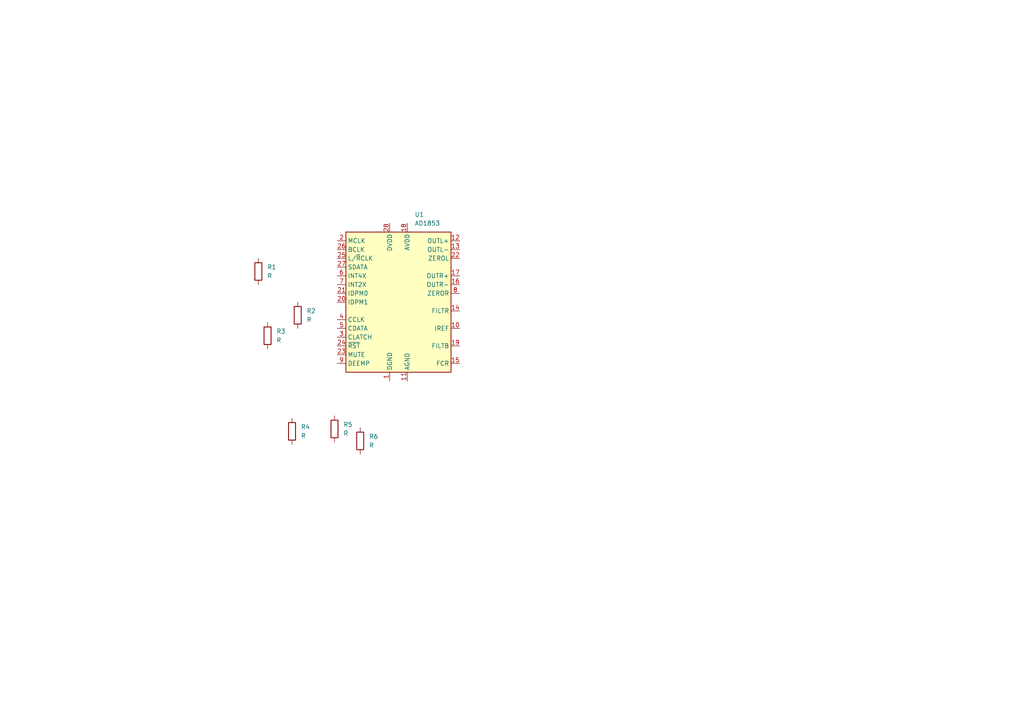
<source format=kicad_sch>
(kicad_sch (version 20250114) (generator "eeschema") (generator_version "9.0")
  (paper "A4")
  (lib_symbols
    (symbol "Audio:AD1853"
      (property "Reference" "U" (at 11.43 24.13 0))
      (property "Value" "AD1853" (at 11.43 21.59 0))
      (symbol "AD1853_0_1"
        (rectangle (start -15.24 20.32) (end 15.24 -20.32) (stroke (width 0.254)) (fill (type background)))
      )
      (symbol "AD1853_1_1"
        (pin input line (at -17.78 17.78 0) (length 2.54) (name "MCLK") (number "2"))
        (pin input line (at -17.78 15.24 0) (length 2.54) (name "BCLK") (number "26"))
        (pin input line (at -17.78 12.7 0) (length 2.54) (name "L/~{R}CLK") (number "25"))
        (pin input line (at -17.78 10.16 0) (length 2.54) (name "SDATA") (number "27"))
        (pin input line (at -17.78 7.62 0) (length 2.54) (name "INT4X") (number "6"))
        (pin input line (at -17.78 5.08 0) (length 2.54) (name "INT2X") (number "7"))
        (pin input line (at -17.78 2.54 0) (length 2.54) (name "IDPM0") (number "21"))
        (pin input line (at -17.78 0 0) (length 2.54) (name "IDPM1") (number "20"))
        (pin input line (at -17.78 -5.08 0) (length 2.54) (name "CCLK") (number "4"))
        (pin input line (at -17.78 -7.62 0) (length 2.54) (name "CDATA") (number "5"))
        (pin input line (at -17.78 -10.16 0) (length 2.54) (name "CLATCH") (number "3"))
        (pin input line (at -17.78 -12.7 0) (length 2.54) (name "~{RST}") (number "24"))
        (pin input line (at -17.78 -15.24 0) (length 2.54) (name "MUTE") (number "23"))
        (pin input line (at -17.78 -17.78 0) (length 2.54) (name "DEEMP") (number "9"))
        (pin power_in line (at -2.54 22.86 270) (length 2.54) (name "DVDD") (number "28"))
        (pin power_in line (at -2.54 -22.86 90) (length 2.54) (name "DGND") (number "1"))
        (pin power_in line (at 2.54 22.86 270) (length 2.54) (name "AVDD") (number "18"))
        (pin power_in line (at 2.54 -22.86 90) (length 2.54) (name "AGND") (number "11"))
        (pin output line (at 17.78 17.78 180) (length 2.54) (name "OUTL+") (number "12"))
        (pin output line (at 17.78 15.24 180) (length 2.54) (name "OUTL-") (number "13"))
        (pin output line (at 17.78 12.7 180) (length 2.54) (name "ZEROL") (number "22"))
        (pin output line (at 17.78 7.62 180) (length 2.54) (name "OUTR+") (number "17"))
        (pin output line (at 17.78 5.08 180) (length 2.54) (name "OUTR-") (number "16"))
        (pin output line (at 17.78 2.54 180) (length 2.54) (name "ZEROR") (number "8"))
        (pin output line (at 17.78 -2.54 180) (length 2.54) (name "FILTR") (number "14"))
        (pin passive line (at 17.78 -7.62 180) (length 2.54) (name "IREF") (number "10"))
        (pin output line (at 17.78 -12.7 180) (length 2.54) (name "FILTB") (number "19"))
        (pin output line (at 17.78 -17.78 180) (length 2.54) (name "FCR") (number "15"))
      )
    )
    (symbol "Device:R" (pin_numbers (hide yes)) (pin_names (offset 0))
      (property "Reference" "R" (at 2.032 0 90))
      (property "Value" "R" (at 0 0 90))
      (symbol "R_0_1"
        (rectangle (start -1.016 -2.54) (end 1.016 2.54) (stroke (width 0.254)))
      )
      (symbol "R_1_1"
        (pin passive line (at 0 3.81 270) (length 1.27) (name "~") (number "1"))
        (pin passive line (at 0 -3.81 90) (length 1.27) (name "~") (number "2"))
      )
    )
  )
  (symbol (lib_id "Device:R") (at 84.7122 125.1109 0) (unit 1)
    (property "Reference" "R4" (at 87.2522 123.8408 0) (effects (justify left)))
    (property "Value" "R" (at 87.2522 126.3808 0) (effects (justify left)))
    (property "Description" "Resistor" (effects (hide yes)))
  )
  (symbol (lib_id "Device:R") (at 77.6053 97.3766 0) (unit 1)
    (property "Reference" "R3" (at 80.1453 96.1065 0) (effects (justify left)))
    (property "Value" "R" (at 80.1453 98.6465 0) (effects (justify left)))
    (property "Description" "Resistor" (effects (hide yes)))
  )
  (symbol (lib_id "Device:R") (at 104.4729 127.8843 0) (unit 1)
    (property "Reference" "R6" (at 107.0129 126.6142 0) (effects (justify left)))
    (property "Value" "R" (at 107.0129 129.1542 0) (effects (justify left)))
    (property "Description" "Resistor" (effects (hide yes)))
  )
  (symbol (lib_id "Device:R") (at 74.93 78.74 0) (unit 1)
    (property "Reference" "R1" (at 77.47 77.4699 0) (effects (justify left)))
    (property "Value" "R" (at 77.47 80.0099 0) (effects (justify left)))
    (property "Description" "Resistor" (effects (hide yes)))
  )
  (symbol (lib_id "Audio:AD1853") (at 115.57 87.63 0) (unit 1)
    (property "Reference" "U1" (at 120.2533 62.23 0) (effects (justify left)))
    (property "Value" "AD1853" (at 120.2533 64.77 0) (effects (justify left)))
    (property "Footprint" "Package_SO:SSOP-28_5.3x10.2mm_P0.65mm" (effects (hide yes)))
    (property "Datasheet" "https://www.analog.com/media/en/technical-documentation/data-sheets/AD1853.pdf" (effects (hide yes)))
    (property "Description" "Stereo, 24-Bit, 192 kHz, Multibit Sigma-Delta DAC, SSOP-28" (effects (hide yes)))
  )
  (symbol (lib_id "Device:R") (at 86.36 91.44 0) (unit 1)
    (property "Reference" "R2" (at 88.9 90.1699 0) (effects (justify left)))
    (property "Value" "R" (at 88.9 92.7099 0) (effects (justify left)))
    (property "Description" "Resistor" (effects (hide yes)))
  )
  (symbol (lib_id "Device:R") (at 97.0193 124.4175 0) (unit 1)
    (property "Reference" "R5" (at 99.5593 123.1474 0) (effects (justify left)))
    (property "Value" "R" (at 99.5593 125.6874 0) (effects (justify left)))
    (property "Description" "Resistor" (effects (hide yes)))
  )
)
</source>
